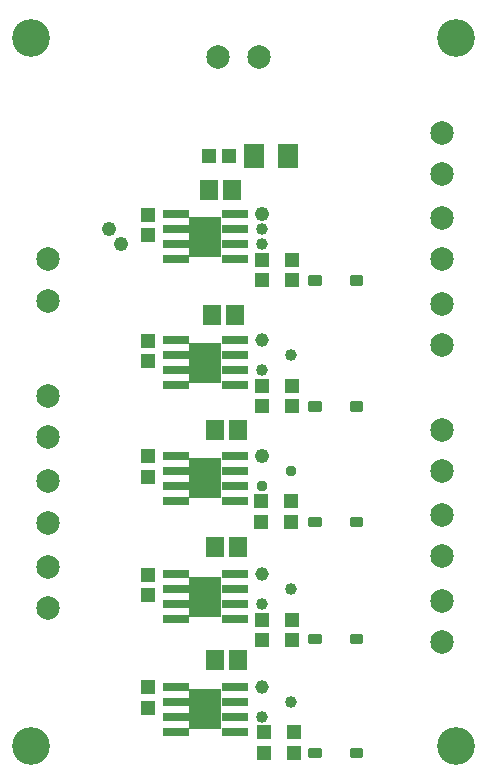
<source format=gbr>
G04 EAGLE Gerber RS-274X export*
G75*
%MOMM*%
%FSLAX34Y34*%
%LPD*%
%INSoldermask Top*%
%IPPOS*%
%AMOC8*
5,1,8,0,0,1.08239X$1,22.5*%
G01*
%ADD10C,3.203200*%
%ADD11R,1.203200X1.303200*%
%ADD12R,1.503200X1.703200*%
%ADD13R,2.171700X0.802300*%
%ADD14R,2.713200X3.403200*%
%ADD15R,1.303200X1.203200*%
%ADD16R,1.803200X2.006200*%
%ADD17C,1.993900*%
%ADD18C,0.332747*%
%ADD19C,1.209600*%
%ADD20C,1.009600*%
%ADD21C,0.959600*%
%ADD22C,1.159600*%


D10*
X50000Y650000D03*
X50000Y50000D03*
X410160Y650000D03*
X410160Y50000D03*
D11*
X246380Y461890D03*
X246380Y444890D03*
D12*
X206400Y123190D03*
X225400Y123190D03*
D11*
X246380Y355210D03*
X246380Y338210D03*
X245110Y257420D03*
X245110Y240420D03*
X246380Y157090D03*
X246380Y140090D03*
X247650Y61840D03*
X247650Y44840D03*
D12*
X201320Y520700D03*
X220320Y520700D03*
X203860Y415290D03*
X222860Y415290D03*
X206400Y317500D03*
X225400Y317500D03*
X206400Y218440D03*
X225400Y218440D03*
D13*
X222854Y462280D03*
X222854Y474980D03*
X222854Y487680D03*
X222854Y500380D03*
X173386Y500380D03*
X173386Y487680D03*
X173386Y474980D03*
X173386Y462280D03*
D14*
X198120Y481330D03*
D13*
X222854Y355600D03*
X222854Y368300D03*
X222854Y381000D03*
X222854Y393700D03*
X173386Y393700D03*
X173386Y381000D03*
X173386Y368300D03*
X173386Y355600D03*
D14*
X198120Y374650D03*
D13*
X222854Y257810D03*
X222854Y270510D03*
X222854Y283210D03*
X222854Y295910D03*
X173386Y295910D03*
X173386Y283210D03*
X173386Y270510D03*
X173386Y257810D03*
D14*
X198120Y276860D03*
D13*
X222854Y157480D03*
X222854Y170180D03*
X222854Y182880D03*
X222854Y195580D03*
X173386Y195580D03*
X173386Y182880D03*
X173386Y170180D03*
X173386Y157480D03*
D14*
X198120Y176530D03*
D13*
X222854Y62230D03*
X222854Y74930D03*
X222854Y87630D03*
X222854Y100330D03*
X173386Y100330D03*
X173386Y87630D03*
X173386Y74930D03*
X173386Y62230D03*
D14*
X198120Y81280D03*
D15*
X271780Y461890D03*
X271780Y444890D03*
X149860Y82940D03*
X149860Y99940D03*
X271780Y355210D03*
X271780Y338210D03*
X270510Y257420D03*
X270510Y240420D03*
X271780Y157090D03*
X271780Y140090D03*
X273050Y61840D03*
X273050Y44840D03*
X149860Y482990D03*
X149860Y499990D03*
X149860Y376310D03*
X149860Y393310D03*
X149860Y278520D03*
X149860Y295520D03*
X149860Y178190D03*
X149860Y195190D03*
D16*
X267930Y549910D03*
X239490Y549910D03*
D11*
X201050Y550200D03*
X218050Y550200D03*
D17*
X64770Y462280D03*
X64770Y427228D03*
X64770Y346710D03*
X64770Y311658D03*
X64770Y274320D03*
X64770Y239268D03*
X398780Y210820D03*
X398780Y245872D03*
X398780Y283210D03*
X398780Y318262D03*
X398780Y389890D03*
X398780Y424942D03*
X398780Y462280D03*
X398780Y497332D03*
X398780Y534670D03*
X398780Y569722D03*
X243840Y633440D03*
X208788Y633440D03*
X64770Y201930D03*
X64770Y166878D03*
X398780Y138430D03*
X398780Y173482D03*
D18*
X295413Y441897D02*
X287007Y441897D01*
X287007Y447103D01*
X295413Y447103D01*
X295413Y441897D01*
X295413Y445058D02*
X287007Y445058D01*
X321807Y441897D02*
X330213Y441897D01*
X321807Y441897D02*
X321807Y447103D01*
X330213Y447103D01*
X330213Y441897D01*
X330213Y445058D02*
X321807Y445058D01*
X295413Y335217D02*
X287007Y335217D01*
X287007Y340423D01*
X295413Y340423D01*
X295413Y335217D01*
X295413Y338378D02*
X287007Y338378D01*
X321807Y335217D02*
X330213Y335217D01*
X321807Y335217D02*
X321807Y340423D01*
X330213Y340423D01*
X330213Y335217D01*
X330213Y338378D02*
X321807Y338378D01*
X295413Y237427D02*
X287007Y237427D01*
X287007Y242633D01*
X295413Y242633D01*
X295413Y237427D01*
X295413Y240588D02*
X287007Y240588D01*
X321807Y237427D02*
X330213Y237427D01*
X321807Y237427D02*
X321807Y242633D01*
X330213Y242633D01*
X330213Y237427D01*
X330213Y240588D02*
X321807Y240588D01*
X295413Y138367D02*
X287007Y138367D01*
X287007Y143573D01*
X295413Y143573D01*
X295413Y138367D01*
X295413Y141528D02*
X287007Y141528D01*
X321807Y138367D02*
X330213Y138367D01*
X321807Y138367D02*
X321807Y143573D01*
X330213Y143573D01*
X330213Y138367D01*
X330213Y141528D02*
X321807Y141528D01*
X295413Y41847D02*
X287007Y41847D01*
X287007Y47053D01*
X295413Y47053D01*
X295413Y41847D01*
X295413Y45008D02*
X287007Y45008D01*
X321807Y41847D02*
X330213Y41847D01*
X321807Y41847D02*
X321807Y47053D01*
X330213Y47053D01*
X330213Y41847D01*
X330213Y45008D02*
X321807Y45008D01*
D19*
X246380Y500380D03*
D20*
X246380Y474980D03*
D19*
X127000Y474980D03*
D20*
X246380Y368300D03*
D21*
X246380Y270510D03*
D20*
X246380Y170180D03*
X246380Y74930D03*
D19*
X116840Y487680D03*
D20*
X246380Y487680D03*
X270510Y381000D03*
D21*
X270510Y283210D03*
D20*
X270510Y182880D03*
X270510Y87630D03*
D22*
X246380Y393700D03*
X246380Y100330D03*
D19*
X246380Y295910D03*
D22*
X246380Y195580D03*
M02*

</source>
